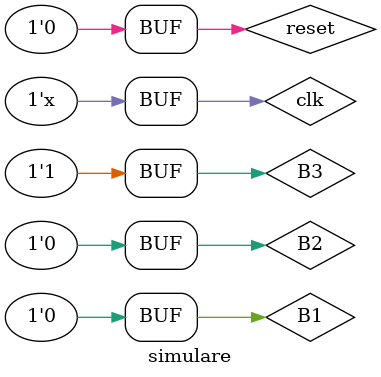
<source format=v>
`timescale 1ns / 1ps


module simulare();
    reg B1,B2,B3,clk,reset;
    wire cafea,rest;
    
    automat_cafea automat(B1,B2,B3,clk,reset,cafea,rest);
    always #20 clk = ~clk;
    
    initial begin
        B1 = 0;
        B2 = 0;
        B3 = 0;
        clk = 0;
        reset = 1;
        #30 B1 = 1; B2 = 0; B3 = 0; reset = 0;
        #30 B1 = 1; B2 = 0; B3 = 0; reset = 0;
        #30 B1 = 0; B2 = 1; B3 = 0; reset = 0;
        #30 B1 = 0; B2 = 1; B3 = 0; reset = 0;
        #30 B1 = 0; B2 = 0; B3 = 0; reset = 1;
        #30 B1 = 0; B2 = 0; B3 = 1; reset = 0;
        #30 B1 = 0; B2 = 0; B3 = 1; reset = 0;
    end
endmodule

</source>
